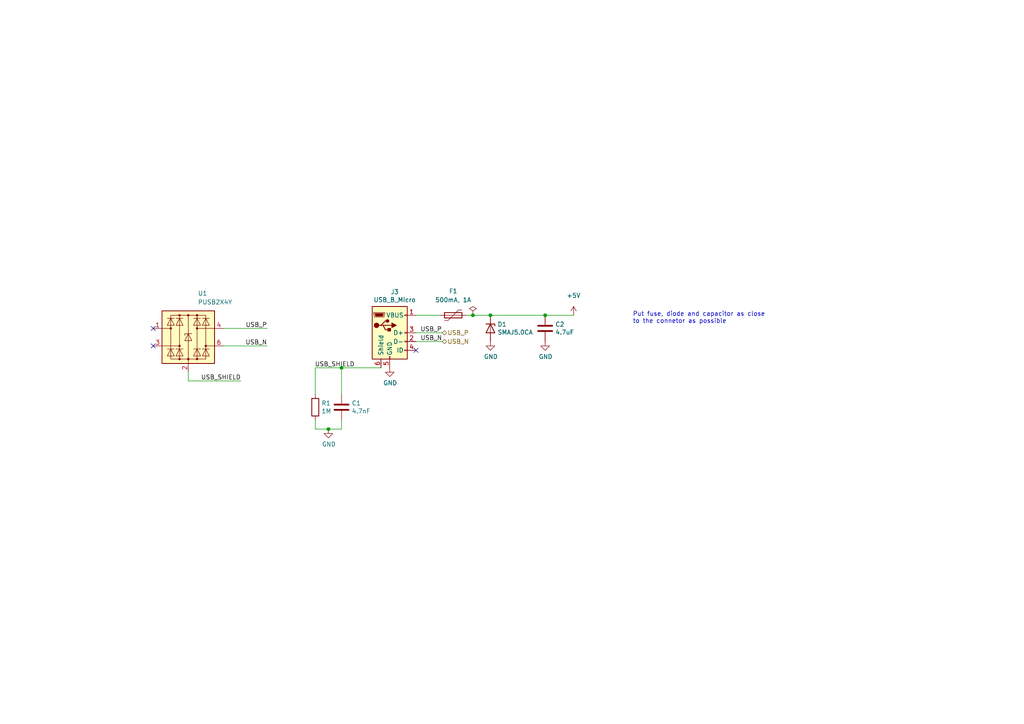
<source format=kicad_sch>
(kicad_sch (version 20211123) (generator eeschema)
  (paper "A4")
  (title_block (date "2022/01/17") (rev "v0.1"))
  (lib_symbols
    (symbol "Connector:USB_B_Micro" (pin_names (offset 1.016))
      (property "Reference" "J" (at -5.08 11.43 0))
      (property "Value" "USB_B_Micro" (at -5.08 8.89 0))
      (symbol "USB_B_Micro_0_1"
        (rectangle (start -5.08 -7.62) (end 5.08 7.62) (stroke (width 0.254)) (fill (type background)))
        (circle (center -3.81 2.159) (radius 0.635) (stroke (width 0.254)) (fill (type outline)))
        (circle (center -0.635 3.429) (radius 0.381) (stroke (width 0.254)) (fill (type outline)))
        (rectangle (start -0.127 -7.62) (end 0.127 -6.858))
        (polyline (pts (xy -1.905 2.159) (xy 0.635 2.159)) (stroke (width 0.254)))
        (polyline (pts (xy -3.175 2.159) (xy -2.54 2.159) (xy -1.27 3.429) (xy -0.635 3.429)) (stroke (width 0.254)))
        (polyline (pts (xy -2.54 2.159) (xy -1.905 2.159) (xy -1.27 0.889) (xy 0 0.889)) (stroke (width 0.254)))
        (polyline (pts (xy 0.635 2.794) (xy 0.635 1.524) (xy 1.905 2.159) (xy 0.635 2.794)) (stroke (width 0.254)) (fill (type outline)))
        (polyline (pts (xy -4.318 5.588) (xy -1.778 5.588) (xy -2.032 4.826) (xy -4.064 4.826) (xy -4.318 5.588)) (fill (type outline)))
        (polyline (pts (xy -4.699 5.842) (xy -4.699 5.588) (xy -4.445 4.826) (xy -4.445 4.572) (xy -1.651 4.572) (xy -1.651 4.826) (xy -1.397 5.588) (xy -1.397 5.842) (xy -4.699 5.842)))
        (rectangle (start 0.254 1.27) (end -0.508 0.508) (stroke (width 0.254)) (fill (type outline)))
        (rectangle (start 5.08 -5.207) (end 4.318 -4.953))
        (rectangle (start 5.08 -2.667) (end 4.318 -2.413))
        (rectangle (start 5.08 -0.127) (end 4.318 0.127))
        (rectangle (start 5.08 4.953) (end 4.318 5.207))
      )
      (symbol "USB_B_Micro_1_1"
        (pin power_out line (at 7.62 5.08 180) (length 2.54) (name "VBUS") (number "1"))
        (pin bidirectional line (at 7.62 -2.54 180) (length 2.54) (name "D-") (number "2"))
        (pin bidirectional line (at 7.62 0 180) (length 2.54) (name "D+") (number "3"))
        (pin passive line (at 7.62 -5.08 180) (length 2.54) (name "ID") (number "4"))
        (pin power_out line (at 0 -10.16 90) (length 2.54) (name "GND") (number "5"))
        (pin passive line (at -2.54 -10.16 90) (length 2.54) (name "Shield") (number "6"))
      )
    )
    (symbol "Device:C" (pin_numbers hide) (pin_names (offset 0.254))
      (property "Reference" "C" (at 0.635 2.54 0))
      (property "Value" "C" (at 0.635 -2.54 0))
      (symbol "C_0_1"
        (polyline (pts (xy -2.032 -0.762) (xy 2.032 -0.762)) (stroke (width 0.508)))
        (polyline (pts (xy -2.032 0.762) (xy 2.032 0.762)) (stroke (width 0.508)))
      )
      (symbol "C_1_1"
        (pin passive line (at 0 3.81 270) (length 2.794) (name "~") (number "1"))
        (pin passive line (at 0 -3.81 90) (length 2.794) (name "~") (number "2"))
      )
    )
    (symbol "Device:D_Zener" (pin_numbers hide) (pin_names (offset 1.016) hide)
      (property "Reference" "D" (at 0 2.54 0))
      (property "Value" "D_Zener" (at 0 -2.54 0))
      (symbol "D_Zener_0_1"
        (polyline (pts (xy 1.27 0) (xy -1.27 0)))
        (polyline (pts (xy -1.27 -1.27) (xy -1.27 1.27) (xy -0.762 1.27)) (stroke (width 0.254)))
        (polyline (pts (xy 1.27 -1.27) (xy 1.27 1.27) (xy -1.27 0) (xy 1.27 -1.27)) (stroke (width 0.254)))
      )
      (symbol "D_Zener_1_1"
        (pin passive line (at -3.81 0 0) (length 2.54) (name "K") (number "1"))
        (pin passive line (at 3.81 0 180) (length 2.54) (name "A") (number "2"))
      )
    )
    (symbol "Device:Polyfuse" (pin_numbers hide) (pin_names (offset 0))
      (property "Reference" "F" (at -2.54 0 90))
      (property "Value" "Polyfuse" (at 2.54 0 90))
      (symbol "Polyfuse_0_1"
        (rectangle (start -0.762 2.54) (end 0.762 -2.54) (stroke (width 0.254)))
        (polyline (pts (xy 0 2.54) (xy 0 -2.54)))
        (polyline (pts (xy -1.524 2.54) (xy -1.524 1.524) (xy 1.524 -1.524) (xy 1.524 -2.54)))
      )
      (symbol "Polyfuse_1_1"
        (pin passive line (at 0 3.81 270) (length 1.27) (name "~") (number "1"))
        (pin passive line (at 0 -3.81 90) (length 1.27) (name "~") (number "2"))
      )
    )
    (symbol "Device:R" (pin_numbers hide) (pin_names (offset 0))
      (property "Reference" "R" (at 2.032 0 90))
      (property "Value" "R" (at 0 0 90))
      (symbol "R_0_1"
        (rectangle (start -1.016 -2.54) (end 1.016 2.54) (stroke (width 0.254)))
      )
      (symbol "R_1_1"
        (pin passive line (at 0 3.81 270) (length 1.27) (name "~") (number "1"))
        (pin passive line (at 0 -3.81 90) (length 1.27) (name "~") (number "2"))
      )
    )
    (symbol "myLib:PUSB2X4Y" (pin_names hide)
      (property "Reference" "U" (at 2.54 8.89 0))
      (property "Value" "PUSB2X4Y" (at 2.54 -8.89 0))
      (symbol "PUSB2X4Y_0_0"
        (pin no_connect line (at 0 10.16 270) (length 2.54) hide (name "") (number "5"))
      )
      (symbol "PUSB2X4Y_0_1"
        (rectangle (start -7.62 -7.62) (end 7.62 7.62) (stroke (width 0.254)) (fill (type background)))
        (circle (center -5.08 2.54) (radius 0.254) (fill (type outline)))
        (circle (center -2.54 -6.35) (radius 0.254) (fill (type outline)))
        (circle (center -2.54 -2.54) (radius 0.254) (fill (type outline)))
        (circle (center -2.54 6.35) (radius 0.254) (fill (type outline)))
        (rectangle (start -2.54 6.35) (end 2.54 -6.35))
        (circle (center 0 -6.35) (radius 0.254) (fill (type outline)))
        (polyline (pts (xy -5.08 2.54) (xy -7.62 2.54)))
        (polyline (pts (xy -4.064 -3.429) (xy -6.096 -3.429)))
        (polyline (pts (xy -4.064 5.461) (xy -6.096 5.461)))
        (polyline (pts (xy -2.54 -2.54) (xy -7.62 -2.54)))
        (polyline (pts (xy -1.524 -3.429) (xy -3.556 -3.429)))
        (polyline (pts (xy -1.524 5.461) (xy -3.556 5.461)))
        (polyline (pts (xy 0 -7.62) (xy 0 -6.35)))
        (polyline (pts (xy 0 -6.35) (xy 0 1.27)))
        (polyline (pts (xy 0 1.27) (xy 0 6.35)))
        (polyline (pts (xy 1.524 -3.429) (xy 3.556 -3.429)))
        (polyline (pts (xy 1.524 5.461) (xy 3.556 5.461)))
        (polyline (pts (xy 2.54 2.54) (xy 7.62 2.54)))
        (polyline (pts (xy 4.064 -3.429) (xy 6.096 -3.429)))
        (polyline (pts (xy 4.064 5.461) (xy 6.096 5.461)))
        (polyline (pts (xy 5.08 -2.54) (xy 7.62 -2.54)))
        (polyline (pts (xy -6.096 -5.461) (xy -4.064 -5.461) (xy -5.08 -3.429) (xy -6.096 -5.461)))
        (polyline (pts (xy -6.096 3.429) (xy -4.064 3.429) (xy -5.08 5.461) (xy -6.096 3.429)))
        (polyline (pts (xy -3.556 -5.461) (xy -1.524 -5.461) (xy -2.54 -3.429) (xy -3.556 -5.461)))
        (polyline (pts (xy -3.556 3.429) (xy -1.524 3.429) (xy -2.54 5.461) (xy -3.556 3.429)))
        (polyline (pts (xy -2.54 6.35) (xy -5.08 6.35) (xy -5.08 -6.35) (xy -2.54 -6.35)))
        (polyline (pts (xy -1.016 -1.016) (xy 1.016 -1.016) (xy 0 1.016) (xy -1.016 -1.016)))
        (polyline (pts (xy 1.016 1.016) (xy 0.762 1.016) (xy -1.016 1.016) (xy -1.016 0.508)))
        (polyline (pts (xy 2.54 6.35) (xy 5.08 6.35) (xy 5.08 -6.35) (xy 2.54 -6.35)))
        (polyline (pts (xy 3.556 -5.461) (xy 1.524 -5.461) (xy 2.54 -3.429) (xy 3.556 -5.461)))
        (polyline (pts (xy 3.556 3.429) (xy 1.524 3.429) (xy 2.54 5.461) (xy 3.556 3.429)))
        (polyline (pts (xy 6.096 -5.461) (xy 4.064 -5.461) (xy 5.08 -3.429) (xy 6.096 -5.461)))
        (polyline (pts (xy 6.096 3.429) (xy 4.064 3.429) (xy 5.08 5.461) (xy 6.096 3.429)))
        (circle (center 0 6.35) (radius 0.254) (fill (type outline)))
        (circle (center 2.54 -6.35) (radius 0.254) (fill (type outline)))
        (circle (center 2.54 2.54) (radius 0.254) (fill (type outline)))
        (circle (center 2.54 6.35) (radius 0.254) (fill (type outline)))
        (circle (center 5.08 -2.54) (radius 0.254) (fill (type outline)))
      )
      (symbol "PUSB2X4Y_1_1"
        (pin passive line (at -10.16 2.54 0) (length 2.54) (name "I/O1") (number "1"))
        (pin passive line (at 0 -10.16 90) (length 2.54) (name "GND") (number "2"))
        (pin passive line (at -10.16 -2.54 0) (length 2.54) (name "I/O2") (number "3"))
        (pin passive line (at 10.16 2.54 180) (length 2.54) (name "I/O3") (number "4"))
        (pin passive line (at 10.16 -2.54 180) (length 2.54) (name "I/O4") (number "6"))
      )
    )
    (symbol "power:+5V" (power) (pin_names (offset 0))
      (property "Value" "+5V" (at 0 3.556 0))
      (symbol "+5V_0_1"
        (polyline (pts (xy -0.762 1.27) (xy 0 2.54)))
        (polyline (pts (xy 0 0) (xy 0 2.54)))
        (polyline (pts (xy 0 2.54) (xy 0.762 1.27)))
      )
      (symbol "+5V_1_1"
        (pin power_in line (at 0 0 90) (length 0) hide (name "+5V") (number "1"))
      )
    )
    (symbol "power:GND" (power) (pin_names (offset 0))
      (property "Value" "GND" (at 0 -3.81 0))
      (symbol "GND_0_1"
        (polyline (pts (xy 0 0) (xy 0 -1.27) (xy 1.27 -1.27) (xy 0 -2.54) (xy -1.27 -1.27) (xy 0 -1.27)))
      )
      (symbol "GND_1_1"
        (pin power_in line (at 0 0 270) (length 0) hide (name "GND") (number "1"))
      )
    )
    (symbol "power:PWR_FLAG" (power) (pin_numbers hide) (pin_names (offset 0) hide)
      (property "Value" "PWR_FLAG" (at 0 3.81 0))
      (symbol "PWR_FLAG_0_0"
        (pin power_out line (at 0 0 90) (length 0) (name "pwr") (number "1"))
      )
      (symbol "PWR_FLAG_0_1"
        (polyline (pts (xy 0 0) (xy 0 1.27) (xy -1.016 1.905) (xy 0 2.54) (xy 1.016 1.905) (xy 0 1.27)))
      )
    )
  )
  (junction (at 142.24 91.44))
  (junction (at 99.06 106.68))
  (junction (at 158.115 91.44))
  (junction (at 95.25 124.46))
  (junction (at 137.16 91.44))
  (no_connect (at 44.45 100.33))
  (no_connect (at 120.65 101.6))
  (no_connect (at 44.45 95.25))
  (wire (pts (xy 158.115 91.44) (xy 166.37 91.44)))
  (wire (pts (xy 120.65 96.52) (xy 128.27 96.52)))
  (wire (pts (xy 91.44 121.92) (xy 91.44 124.46)))
  (wire (pts (xy 95.25 124.46) (xy 99.06 124.46)))
  (wire (pts (xy 137.16 91.44) (xy 142.24 91.44)))
  (wire (pts (xy 91.44 124.46) (xy 95.25 124.46)))
  (wire (pts (xy 99.06 114.3) (xy 99.06 106.68)))
  (wire (pts (xy 99.06 124.46) (xy 99.06 121.92)))
  (wire (pts (xy 135.255 91.44) (xy 137.16 91.44)))
  (wire (pts (xy 54.61 110.49) (xy 69.85 110.49)))
  (wire (pts (xy 77.47 95.25) (xy 64.77 95.25)))
  (wire (pts (xy 91.44 106.68) (xy 91.44 114.3)))
  (wire (pts (xy 77.47 100.33) (xy 64.77 100.33)))
  (wire (pts (xy 99.06 106.68) (xy 110.49 106.68)))
  (wire (pts (xy 120.65 91.44) (xy 127.635 91.44)))
  (wire (pts (xy 54.61 107.95) (xy 54.61 110.49)))
  (wire (pts (xy 91.44 106.68) (xy 99.06 106.68)))
  (wire (pts (xy 120.65 99.06) (xy 128.27 99.06)))
  (wire (pts (xy 142.24 91.44) (xy 158.115 91.44)))
  (text "Put fuse, diode and capacitor as close\nto the connetor as possible" (at 183.515 93.98 0) (effects (font (size 1.27 1.27)) (justify left bottom)))
  (label "USB_SHIELD" (at 69.85 110.49 180))
  (label "USB_N" (at 77.47 100.33 180))
  (label "USB_P" (at 121.92 96.52 0))
  (label "USB_P" (at 77.47 95.25 180))
  (label "USB_N" (at 121.92 99.06 0))
  (label "USB_SHIELD" (at 102.87 106.68 180))
  (hierarchical_label "USB_N" (shape bidirectional) (at 128.27 99.06 0))
  (hierarchical_label "USB_P" (shape bidirectional) (at 128.27 96.52 0))
  (symbol (lib_id "power:GND") (at 142.24 99.06 0) (unit 1)
    (property "Reference" "#PWR08" (effects hide))
    (property "Value" "GND" (at 142.367 103.4542 0))
  )
  (symbol (lib_id "power:PWR_FLAG") (at 137.16 91.44 0) (unit 1)
    (property "Reference" "#FLG01" (effects hide))
    (property "Value" "PWR_FLAG" (effects hide))
  )
  (symbol (lib_id "Device:C") (at 158.115 95.25 0) (unit 1)
    (property "Reference" "C2" (at 161.036 94.0816 0) (effects (justify left)))
    (property "Value" "4.7uF" (at 161.036 96.393 0) (effects (justify left)))
    (property "Footprint" "Capacitor_SMD:C_0603_1608Metric" (effects hide))
  )
  (symbol (lib_id "myLib:PUSB2X4Y") (at 54.61 97.79 0) (unit 1)
    (property "Reference" "U1" (at 57.3787 85.09 0) (effects (justify left)))
    (property "Value" "PUSB2X4Y" (at 57.3787 87.63 0) (effects (justify left)))
    (property "Footprint" "Package_TO_SOT_SMD:SOT-363_SC-70-6" (effects hide))
    (property "Datasheet" "https://assets.nexperia.com/documents/data-sheet/PUSB2X4Y.pdf" (effects hide))
  )
  (symbol (lib_id "power:+5V") (at 166.37 91.44 0) (unit 1)
    (property "Reference" "#PWR010" (effects hide))
    (property "Value" "+5V" (at 166.37 85.725 0))
  )
  (symbol (lib_id "Device:C") (at 99.06 118.11 0) (unit 1)
    (property "Reference" "C1" (at 101.981 116.9416 0) (effects (justify left)))
    (property "Value" "4.7nF" (at 101.981 119.253 0) (effects (justify left)))
    (property "Footprint" "Capacitor_SMD:C_0603_1608Metric" (effects hide))
  )
  (symbol (lib_id "Connector:USB_B_Micro") (at 113.03 96.52 0) (unit 1)
    (property "Reference" "J3" (at 114.4778 84.6582 0))
    (property "Value" "USB_B_Micro" (at 114.4778 86.9696 0))
    (property "Footprint" "myLib:USB_Micro-B_Molex-105017-0001" (effects hide))
    (property "Datasheet" "https://cdn.amphenol-icc.com/media/wysiwyg/files/drawing/10118194.pdf" (effects hide))
  )
  (symbol (lib_id "power:GND") (at 158.115 99.06 0) (unit 1)
    (property "Reference" "#PWR09" (effects hide))
    (property "Value" "GND" (at 158.242 103.4542 0))
  )
  (symbol (lib_id "Device:Polyfuse") (at 131.445 91.44 270) (unit 1)
    (property "Reference" "F1" (at 131.445 84.455 90))
    (property "Value" "500mA, 1A" (at 131.445 86.995 90))
    (property "Footprint" "Fuse:Fuse_1206_3216Metric_Pad1.42x1.75mm_HandSolder" (effects hide))
    (property "Datasheet" "http://www.littelfuse.com/data/en/Data_Sheets/Littelfuse_PTC_1206L.pdf" (effects hide))
  )
  (symbol (lib_id "Device:R") (at 91.44 118.11 0) (unit 1)
    (property "Reference" "R1" (at 93.218 116.9416 0) (effects (justify left)))
    (property "Value" "1M" (at 93.218 119.253 0) (effects (justify left)))
    (property "Footprint" "Resistor_SMD:R_0603_1608Metric" (effects hide))
  )
  (symbol (lib_id "Device:D_Zener") (at 142.24 95.25 270) (unit 1)
    (property "Reference" "D1" (at 144.272 94.0816 90) (effects (justify left)))
    (property "Value" "SMAJ5.0CA" (at 144.272 96.393 90) (effects (justify left)))
    (property "Footprint" "Diode_SMD:D_SMA" (effects hide))
    (property "Datasheet" "https://www.littelfuse.com/~/media/electronics/datasheets/tvs_diodes/littelfuse_tvs_diode_smaj_datasheet.pdf.pdf" (effects hide))
  )
  (symbol (lib_id "power:GND") (at 113.03 106.68 0) (unit 1)
    (property "Reference" "#PWR07" (effects hide))
    (property "Value" "GND" (at 113.157 111.0742 0))
  )
  (symbol (lib_id "power:GND") (at 95.25 124.46 0) (unit 1)
    (property "Reference" "#PWR06" (effects hide))
    (property "Value" "GND" (at 95.377 128.8542 0))
  )
)
</source>
